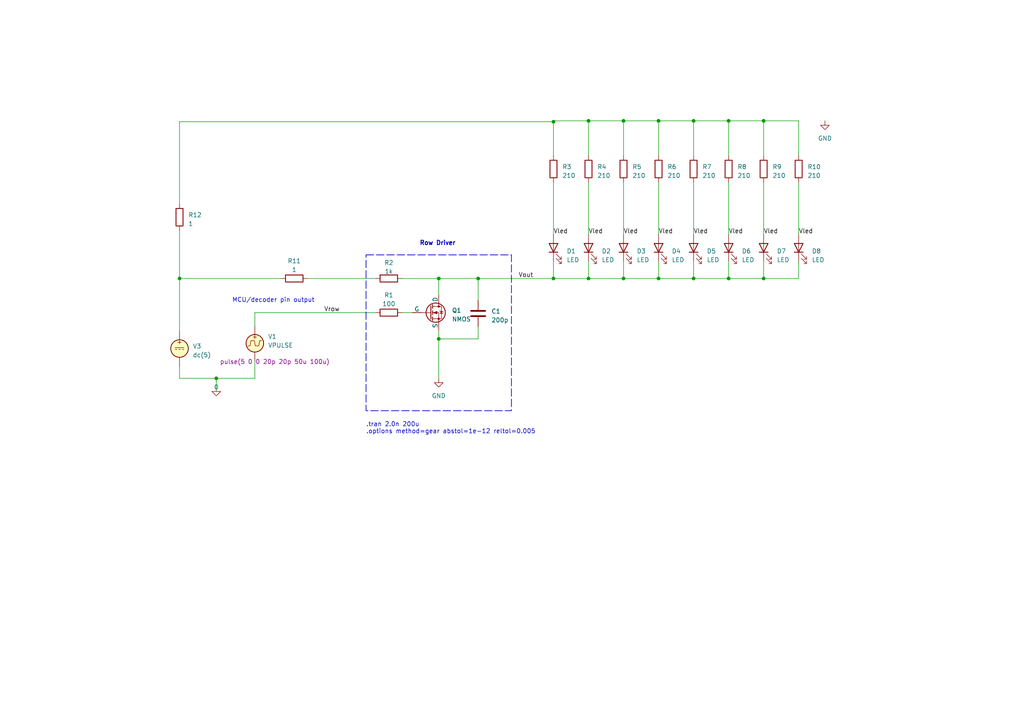
<source format=kicad_sch>
(kicad_sch (version 20230121) (generator eeschema)
  (paper "A4")
  (lib_symbols
    (symbol "Device:C" (pin_numbers hide) (pin_names (offset 0.254))
      (property "Reference" "C" (at 0.635 2.54 0))
      (property "Value" "C" (at 0.635 -2.54 0))
      (symbol "C_0_1"
        (polyline (pts (xy -2.032 -0.762) (xy 2.032 -0.762)) (stroke (width 0.508)))
        (polyline (pts (xy -2.032 0.762) (xy 2.032 0.762)) (stroke (width 0.508)))
      )
      (symbol "C_1_1"
        (pin passive line (at 0 3.81 270) (length 2.794) (name "~") (number "1"))
        (pin passive line (at 0 -3.81 90) (length 2.794) (name "~") (number "2"))
      )
    )
    (symbol "Device:LED" (pin_numbers hide) (pin_names (offset 1.016) hide)
      (property "Reference" "D" (at 0 2.54 0))
      (property "Value" "LED" (at 0 -2.54 0))
      (symbol "LED_0_1"
        (polyline (pts (xy -1.27 -1.27) (xy -1.27 1.27)) (stroke (width 0.254)))
        (polyline (pts (xy -1.27 0) (xy 1.27 0)))
        (polyline (pts (xy 1.27 -1.27) (xy 1.27 1.27) (xy -1.27 0) (xy 1.27 -1.27)) (stroke (width 0.254)))
        (polyline (pts (xy -3.048 -0.762) (xy -4.572 -2.286) (xy -3.81 -2.286) (xy -4.572 -2.286) (xy -4.572 -1.524)))
        (polyline (pts (xy -1.778 -0.762) (xy -3.302 -2.286) (xy -2.54 -2.286) (xy -3.302 -2.286) (xy -3.302 -1.524)))
      )
      (symbol "LED_1_1"
        (pin passive line (at -3.81 0 0) (length 2.54) (name "K") (number "1"))
        (pin passive line (at 3.81 0 180) (length 2.54) (name "A") (number "2"))
      )
    )
    (symbol "Device:R" (pin_numbers hide) (pin_names (offset 0))
      (property "Reference" "R" (at 2.032 0 90))
      (property "Value" "R" (at 0 0 90))
      (symbol "R_0_1"
        (rectangle (start -1.016 -2.54) (end 1.016 2.54) (stroke (width 0.254)))
      )
      (symbol "R_1_1"
        (pin passive line (at 0 3.81 270) (length 1.27) (name "~") (number "1"))
        (pin passive line (at 0 -3.81 90) (length 1.27) (name "~") (number "2"))
      )
    )
    (symbol "Simulation_SPICE:0" (power) (pin_names (offset 0))
      (property "Value" "0" (at 0 -1.778 0))
      (symbol "0_0_1"
        (polyline (pts (xy -1.27 0) (xy 0 -1.27) (xy 1.27 0) (xy -1.27 0)))
      )
      (symbol "0_1_1"
        (pin power_in line (at 0 0 0) (length 0) hide (name "0") (number "1"))
      )
    )
    (symbol "Simulation_SPICE:NMOS" (pin_numbers hide) (pin_names (offset 0))
      (property "Reference" "Q" (at 5.08 1.27 0))
      (property "Value" "NMOS" (at 5.08 -1.27 0))
      (symbol "NMOS_0_1"
        (polyline (pts (xy 0.254 0) (xy -2.54 0)))
        (polyline (pts (xy 0.254 1.905) (xy 0.254 -1.905)) (stroke (width 0.254)))
        (polyline (pts (xy 0.762 -1.27) (xy 0.762 -2.286)) (stroke (width 0.254)))
        (polyline (pts (xy 0.762 0.508) (xy 0.762 -0.508)) (stroke (width 0.254)))
        (polyline (pts (xy 0.762 2.286) (xy 0.762 1.27)) (stroke (width 0.254)))
        (polyline (pts (xy 2.54 2.54) (xy 2.54 1.778)))
        (polyline (pts (xy 2.54 -2.54) (xy 2.54 0) (xy 0.762 0)))
        (polyline (pts (xy 0.762 -1.778) (xy 3.302 -1.778) (xy 3.302 1.778) (xy 0.762 1.778)))
        (polyline (pts (xy 1.016 0) (xy 2.032 0.381) (xy 2.032 -0.381) (xy 1.016 0)) (fill (type outline)))
        (polyline (pts (xy 2.794 0.508) (xy 2.921 0.381) (xy 3.683 0.381) (xy 3.81 0.254)))
        (polyline (pts (xy 3.302 0.381) (xy 2.921 -0.254) (xy 3.683 -0.254) (xy 3.302 0.381)))
        (circle (center 1.651 0) (radius 2.794) (stroke (width 0.254)))
        (circle (center 2.54 -1.778) (radius 0.254) (fill (type outline)))
        (circle (center 2.54 1.778) (radius 0.254) (fill (type outline)))
      )
      (symbol "NMOS_1_1"
        (pin passive line (at 2.54 5.08 270) (length 2.54) (name "D") (number "1"))
        (pin input line (at -5.08 0 0) (length 2.54) (name "G") (number "2"))
        (pin passive line (at 2.54 -5.08 90) (length 2.54) (name "S") (number "3"))
      )
    )
    (symbol "Simulation_SPICE:VDC" (pin_numbers hide) (pin_names (offset 0.0254))
      (property "Reference" "V" (at 2.54 2.54 0))
      (property "Value" "1" (at 2.54 0 0))
      (symbol "VDC_0_0"
        (polyline (pts (xy -1.27 0.254) (xy 1.27 0.254)))
        (polyline (pts (xy -0.762 -0.254) (xy -1.27 -0.254)))
        (polyline (pts (xy 0.254 -0.254) (xy -0.254 -0.254)))
        (polyline (pts (xy 1.27 -0.254) (xy 0.762 -0.254)))
        (text "+" (at 0 1.905 0) (effects (font (size 1.27 1.27))))
      )
      (symbol "VDC_0_1"
        (circle (center 0 0) (radius 2.54) (stroke (width 0.254)) (fill (type background)))
      )
      (symbol "VDC_1_1"
        (pin passive line (at 0 5.08 270) (length 2.54) (name "~") (number "1"))
        (pin passive line (at 0 -5.08 90) (length 2.54) (name "~") (number "2"))
      )
    )
    (symbol "Simulation_SPICE:VPULSE" (pin_numbers hide) (pin_names (offset 0.0254))
      (property "Reference" "V" (at 2.54 2.54 0))
      (property "Value" "VPULSE" (at 2.54 0 0))
      (property "Sim.Params" "y1=0 y2=1 td=2n tr=2n tf=2n tw=50n per=100n" (at 2.54 -2.54 0))
      (symbol "VPULSE_0_0"
        (polyline (pts (xy -2.032 -0.762) (xy -1.397 -0.762) (xy -1.143 0.762) (xy -0.127 0.762) (xy 0.127 -0.762) (xy 1.143 -0.762) (xy 1.397 0.762) (xy 2.032 0.762)))
        (text "+" (at 0 1.905 0) (effects (font (size 1.27 1.27))))
      )
      (symbol "VPULSE_0_1"
        (circle (center 0 0) (radius 2.54) (stroke (width 0.254)) (fill (type background)))
      )
      (symbol "VPULSE_1_1"
        (pin passive line (at 0 5.08 270) (length 2.54) (name "~") (number "1"))
        (pin passive line (at 0 -5.08 90) (length 2.54) (name "~") (number "2"))
      )
    )
    (symbol "power:GND" (power) (pin_names (offset 0))
      (property "Value" "GND" (at 0 -3.81 0))
      (symbol "GND_0_1"
        (polyline (pts (xy 0 0) (xy 0 -1.27) (xy 1.27 -1.27) (xy 0 -2.54) (xy -1.27 -1.27) (xy 0 -1.27)))
      )
      (symbol "GND_1_1"
        (pin power_in line (at 0 0 270) (length 0) hide (name "GND") (number "1"))
      )
    )
  )
  (junction (at 191.008 80.772))
  (junction (at 211.328 35.052))
  (junction (at 221.488 80.772))
  (junction (at 127.254 80.772))
  (junction (at 170.688 35.052))
  (junction (at 201.168 80.772))
  (junction (at 52.07 80.772))
  (junction (at 160.528 35.306))
  (junction (at 211.328 80.772))
  (junction (at 191.008 35.052))
  (junction (at 201.168 35.052))
  (junction (at 170.688 80.772))
  (junction (at 127.254 98.298))
  (junction (at 221.488 35.052))
  (junction (at 160.528 80.772))
  (junction (at 180.848 35.052))
  (junction (at 138.684 80.772))
  (junction (at 62.738 109.728))
  (junction (at 180.848 80.772))
  (wire (pts (xy 180.848 35.052) (xy 191.008 35.052)))
  (wire (pts (xy 160.528 35.052) (xy 160.528 35.306)))
  (wire (pts (xy 52.07 35.306) (xy 52.07 59.182)))
  (wire (pts (xy 116.586 90.678) (xy 119.634 90.678)))
  (wire (pts (xy 52.07 109.728) (xy 62.738 109.728)))
  (wire (pts (xy 201.168 80.772) (xy 201.168 75.692)))
  (wire (pts (xy 231.648 52.832) (xy 231.648 68.072)))
  (wire (pts (xy 201.168 35.052) (xy 201.168 45.212)))
  (wire (pts (xy 211.328 35.052) (xy 221.488 35.052)))
  (wire (pts (xy 52.07 106.172) (xy 52.07 109.728)))
  (wire (pts (xy 180.848 35.052) (xy 180.848 45.212)))
  (wire (pts (xy 52.07 80.772) (xy 81.534 80.772)))
  (wire (pts (xy 52.07 80.772) (xy 52.07 96.012)))
  (wire (pts (xy 180.848 80.772) (xy 191.008 80.772)))
  (wire (pts (xy 221.488 35.052) (xy 231.648 35.052)))
  (wire (pts (xy 211.328 52.832) (xy 211.328 68.072)))
  (wire (pts (xy 180.848 52.832) (xy 180.848 68.072)))
  (wire (pts (xy 201.168 52.832) (xy 201.168 68.072)))
  (wire (pts (xy 170.688 35.052) (xy 180.848 35.052)))
  (wire (pts (xy 127.254 95.758) (xy 127.254 98.298)))
  (wire (pts (xy 160.528 52.832) (xy 160.528 68.072)))
  (wire (pts (xy 191.008 80.772) (xy 201.168 80.772)))
  (wire (pts (xy 62.738 109.728) (xy 73.914 109.728)))
  (wire (pts (xy 221.488 35.052) (xy 221.488 45.212)))
  (wire (pts (xy 160.528 75.692) (xy 160.528 80.772)))
  (wire (pts (xy 138.684 80.772) (xy 138.684 87.122)))
  (wire (pts (xy 62.738 109.728) (xy 62.738 113.538)))
  (wire (pts (xy 160.528 80.772) (xy 170.688 80.772)))
  (wire (pts (xy 170.688 80.772) (xy 180.848 80.772)))
  (wire (pts (xy 138.684 98.298) (xy 127.254 98.298)))
  (wire (pts (xy 191.008 35.052) (xy 191.008 45.212)))
  (wire (pts (xy 127.254 80.772) (xy 138.684 80.772)))
  (wire (pts (xy 201.168 80.772) (xy 211.328 80.772)))
  (wire (pts (xy 191.008 80.772) (xy 191.008 75.692)))
  (wire (pts (xy 160.528 35.052) (xy 170.688 35.052)))
  (wire (pts (xy 73.914 90.678) (xy 108.966 90.678)))
  (wire (pts (xy 170.688 35.052) (xy 170.688 45.212)))
  (wire (pts (xy 127.254 80.772) (xy 127.254 85.598)))
  (wire (pts (xy 127.254 98.298) (xy 127.254 109.728)))
  (wire (pts (xy 211.328 35.052) (xy 211.328 45.212)))
  (wire (pts (xy 160.528 35.306) (xy 52.07 35.306)))
  (wire (pts (xy 138.684 80.772) (xy 160.528 80.772)))
  (wire (pts (xy 73.914 104.648) (xy 73.914 109.728)))
  (wire (pts (xy 221.488 80.772) (xy 221.488 75.692)))
  (wire (pts (xy 201.168 35.052) (xy 211.328 35.052)))
  (wire (pts (xy 180.848 80.772) (xy 180.848 75.692)))
  (wire (pts (xy 231.648 80.772) (xy 231.648 75.692)))
  (wire (pts (xy 138.684 94.742) (xy 138.684 98.298)))
  (wire (pts (xy 116.586 80.772) (xy 127.254 80.772)))
  (wire (pts (xy 52.07 66.802) (xy 52.07 80.772)))
  (wire (pts (xy 170.688 52.832) (xy 170.688 68.072)))
  (wire (pts (xy 160.528 35.306) (xy 160.528 45.212)))
  (wire (pts (xy 170.688 75.692) (xy 170.688 80.772)))
  (wire (pts (xy 211.328 80.772) (xy 211.328 75.692)))
  (wire (pts (xy 221.488 52.832) (xy 221.488 68.072)))
  (wire (pts (xy 221.488 80.772) (xy 231.648 80.772)))
  (wire (pts (xy 89.154 80.772) (xy 108.966 80.772)))
  (wire (pts (xy 211.328 80.772) (xy 221.488 80.772)))
  (wire (pts (xy 191.008 52.832) (xy 191.008 68.072)))
  (wire (pts (xy 191.008 35.052) (xy 201.168 35.052)))
  (wire (pts (xy 231.648 35.052) (xy 231.648 45.212)))
  (wire (pts (xy 73.914 90.678) (xy 73.914 94.488)))
  (rectangle (start 106.172 73.914) (end 148.336 119.126) (stroke (width 0.2) (type dash)))
  (text "MCU/decoder pin output" (at 67.31 87.884 0) (effects (font (size 1.27 1.27)) (justify left bottom)))
  (text ".tran 2.0n 200u\n.options method=gear abstol=1e-12 reltol=0.005" (at 106.172 125.984 0) (effects (font (size 1.27 1.27)) (justify left bottom)))
  (text "Row Driver" (at 121.666 71.374 0) (effects (font (size 1.27 1.27) (thickness 0.254) bold) (justify left bottom)))
  (label "Vled" (at 180.848 68.072 0))
  (label "Vled" (at 211.328 68.072 0))
  (label "Vled" (at 191.008 68.072 0))
  (label "Vout" (at 150.368 80.772 0))
  (label "Vled" (at 170.688 68.072 0))
  (label "Vrow" (at 93.98 90.678 0))
  (label "Vled" (at 201.168 68.072 0))
  (label "Vled" (at 221.488 68.072 0))
  (label "Vled" (at 160.528 68.072 0))
  (label "Vled" (at 231.648 68.072 0))
  (symbol (lib_id "Device:R") (at 85.344 80.772 90) (unit 1)
    (property "Reference" "R11" (at 85.344 75.692 90))
    (property "Value" "1" (at 85.344 78.232 90))
  )
  (symbol (lib_id "Device:R") (at 112.776 90.678 90) (unit 1)
    (property "Reference" "R1" (at 112.776 85.598 90))
    (property "Value" "100" (at 112.776 88.138 90))
  )
  (symbol (lib_id "Device:R") (at 170.688 49.022 0) (unit 1)
    (property "Reference" "R4" (at 173.228 48.387 0) (effects (justify left)))
    (property "Value" "210" (at 173.228 50.927 0) (effects (justify left)))
  )
  (symbol (lib_id "Device:R") (at 211.328 49.022 0) (unit 1)
    (property "Reference" "R8" (at 213.868 48.387 0) (effects (justify left)))
    (property "Value" "210" (at 213.868 50.927 0) (effects (justify left)))
  )
  (symbol (lib_id "power:GND") (at 127.254 109.728 0) (unit 1)
    (property "Reference" "#PWR02" (effects hide))
    (property "Value" "GND" (at 127.254 114.808 0))
  )
  (symbol (lib_id "Device:LED") (at 211.328 71.882 90) (unit 1)
    (property "Reference" "D6" (at 215.138 72.8345 90) (effects (justify right)))
    (property "Value" "LED" (at 215.138 75.3745 90) (effects (justify right)))
    (property "Sim.Library" "led.lib" (effects hide))
    (property "Sim.Name" "LED1" (effects hide))
    (property "Sim.Device" "D" (effects hide))
    (property "Sim.Pins" "1=K 2=A" (effects hide))
  )
  (symbol (lib_id "Simulation_SPICE:0") (at 62.738 113.538 0) (unit 1)
    (property "Reference" "#GND02" (effects hide))
    (property "Value" "0" (at 62.738 112.268 0))
  )
  (symbol (lib_id "Device:LED") (at 170.688 71.882 90) (unit 1)
    (property "Reference" "D2" (at 174.498 72.8345 90) (effects (justify right)))
    (property "Value" "LED" (at 174.498 75.3745 90) (effects (justify right)))
    (property "Sim.Library" "led.lib" (effects hide))
    (property "Sim.Name" "LED1" (effects hide))
    (property "Sim.Device" "D" (effects hide))
    (property "Sim.Pins" "1=K 2=A" (effects hide))
  )
  (symbol (lib_id "Device:R") (at 160.528 49.022 0) (unit 1)
    (property "Reference" "R3" (at 163.068 48.387 0) (effects (justify left)))
    (property "Value" "210" (at 163.068 50.927 0) (effects (justify left)))
  )
  (symbol (lib_id "Device:R") (at 180.848 49.022 0) (unit 1)
    (property "Reference" "R5" (at 183.388 48.387 0) (effects (justify left)))
    (property "Value" "210" (at 183.388 50.927 0) (effects (justify left)))
  )
  (symbol (lib_id "Device:R") (at 191.008 49.022 0) (unit 1)
    (property "Reference" "R6" (at 193.548 48.387 0) (effects (justify left)))
    (property "Value" "210" (at 193.548 50.927 0) (effects (justify left)))
  )
  (symbol (lib_id "Device:LED") (at 231.648 71.882 90) (unit 1)
    (property "Reference" "D8" (at 235.458 72.8345 90) (effects (justify right)))
    (property "Value" "LED" (at 235.458 75.3745 90) (effects (justify right)))
    (property "Sim.Library" "led.lib" (effects hide))
    (property "Sim.Name" "LED1" (effects hide))
    (property "Sim.Device" "D" (effects hide))
    (property "Sim.Pins" "1=K 2=A" (effects hide))
  )
  (symbol (lib_id "Device:C") (at 138.684 90.932 0) (unit 1)
    (property "Reference" "C1" (at 142.494 90.297 0) (effects (justify left)))
    (property "Value" "200p" (at 142.494 92.837 0) (effects (justify left)))
  )
  (symbol (lib_id "Device:LED") (at 180.848 71.882 90) (unit 1)
    (property "Reference" "D3" (at 184.658 72.8345 90) (effects (justify right)))
    (property "Value" "LED" (at 184.658 75.3745 90) (effects (justify right)))
    (property "Sim.Library" "led.lib" (effects hide))
    (property "Sim.Name" "LED1" (effects hide))
    (property "Sim.Device" "D" (effects hide))
    (property "Sim.Pins" "1=K 2=A" (effects hide))
  )
  (symbol (lib_id "Simulation_SPICE:VDC") (at 52.07 101.092 0) (unit 1)
    (property "Reference" "V3" (at 55.88 100.4212 0) (effects (justify left)))
    (property "Value" "dc(5)" (at 55.88 102.9612 0) (effects (justify left)))
    (property "Sim.Pins" "1=+ 2=-" (effects hide))
    (property "Sim.Type" "DC" (effects hide))
    (property "Sim.Device" "V" (effects hide))
  )
  (symbol (lib_id "Simulation_SPICE:NMOS") (at 124.714 90.678 0) (unit 1)
    (property "Reference" "Q1" (at 131.064 90.043 0) (effects (justify left)))
    (property "Value" "NMOS" (at 131.064 92.583 0) (effects (justify left)))
    (property "Datasheet" "https://ngspice.sourceforge.io/docs/ngspice-manual.pdf" (effects hide))
    (property "Sim.Device" "SUBCKT" (effects hide))
    (property "Sim.Pins" "1=4 2=1 3=2" (effects hide))
    (property "Sim.Library" "si1034x_.lib" (effects hide))
    (property "Sim.Name" "Si1034X" (effects hide))
  )
  (symbol (lib_id "power:GND") (at 239.268 35.052 0) (unit 1)
    (property "Reference" "#PWR03" (effects hide))
    (property "Value" "GND" (at 239.268 40.132 0))
  )
  (symbol (lib_id "Device:LED") (at 191.008 71.882 90) (unit 1)
    (property "Reference" "D4" (at 194.818 72.8345 90) (effects (justify right)))
    (property "Value" "LED" (at 194.818 75.3745 90) (effects (justify right)))
    (property "Sim.Library" "led.lib" (effects hide))
    (property "Sim.Name" "LED1" (effects hide))
    (property "Sim.Device" "D" (effects hide))
    (property "Sim.Pins" "1=K 2=A" (effects hide))
  )
  (symbol (lib_id "Device:R") (at 112.776 80.772 90) (unit 1)
    (property "Reference" "R2" (at 112.776 76.2 90))
    (property "Value" "1k" (at 112.776 78.74 90))
  )
  (symbol (lib_id "Device:R") (at 231.648 49.022 0) (unit 1)
    (property "Reference" "R10" (at 234.188 48.387 0) (effects (justify left)))
    (property "Value" "210" (at 234.188 50.927 0) (effects (justify left)))
  )
  (symbol (lib_id "Device:R") (at 52.07 62.992 180) (unit 1)
    (property "Reference" "R12" (at 54.61 62.357 0) (effects (justify right)))
    (property "Value" "1" (at 54.61 64.897 0) (effects (justify right)))
  )
  (symbol (lib_id "Device:LED") (at 160.528 71.882 90) (unit 1)
    (property "Reference" "D1" (at 164.338 72.8345 90) (effects (justify right)))
    (property "Value" "LED" (at 164.338 75.3745 90) (effects (justify right)))
    (property "Sim.Library" "led.lib" (effects hide))
    (property "Sim.Name" "LED1" (effects hide))
    (property "Sim.Device" "D" (effects hide))
    (property "Sim.Pins" "1=K 2=A" (effects hide))
  )
  (symbol (lib_id "Device:LED") (at 221.488 71.882 90) (unit 1)
    (property "Reference" "D7" (at 225.298 72.8345 90) (effects (justify right)))
    (property "Value" "LED" (at 225.298 75.3745 90) (effects (justify right)))
    (property "Sim.Library" "led.lib" (effects hide))
    (property "Sim.Name" "LED1" (effects hide))
    (property "Sim.Device" "D" (effects hide))
    (property "Sim.Pins" "1=K 2=A" (effects hide))
  )
  (symbol (lib_id "Simulation_SPICE:VPULSE") (at 73.914 99.568 0) (unit 1)
    (property "Reference" "V1" (at 77.724 97.6272 0) (effects (justify left)))
    (property "Value" "VPULSE" (at 77.724 100.1672 0) (effects (justify left)))
    (property "Sim.Pins" "1=+ 2=-" (effects hide))
    (property "Sim.Type" "PULSE" (effects hide))
    (property "Sim.Device" "V" (effects hide))
    (property "Sim.Params" "pulse(5 0 0 20p 20p 50u 100u)" (at 63.754 104.902 0) (effects (justify left)))
  )
  (symbol (lib_id "Device:LED") (at 201.168 71.882 90) (unit 1)
    (property "Reference" "D5" (at 204.978 72.8345 90) (effects (justify right)))
    (property "Value" "LED" (at 204.978 75.3745 90) (effects (justify right)))
    (property "Sim.Library" "led.lib" (effects hide))
    (property "Sim.Name" "LED1" (effects hide))
    (property "Sim.Device" "D" (effects hide))
    (property "Sim.Pins" "1=K 2=A" (effects hide))
  )
  (symbol (lib_id "Device:R") (at 221.488 49.022 0) (unit 1)
    (property "Reference" "R9" (at 224.028 48.387 0) (effects (justify left)))
    (property "Value" "210" (at 224.028 50.927 0) (effects (justify left)))
  )
  (symbol (lib_id "Device:R") (at 201.168 49.022 0) (unit 1)
    (property "Reference" "R7" (at 203.708 48.387 0) (effects (justify left)))
    (property "Value" "210" (at 203.708 50.927 0) (effects (justify left)))
  )
)
</source>
